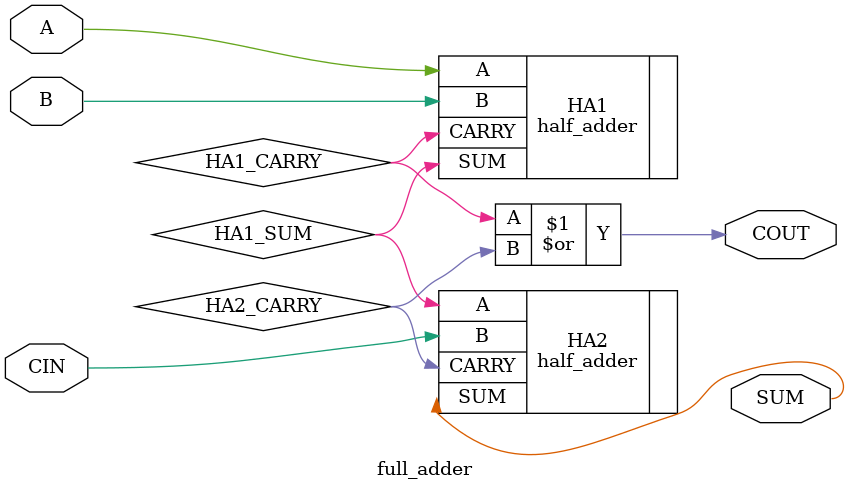
<source format=v>
module full_adder(
    input A,        // Input A
    input B,        // Input B
    input CIN,      // Carry input
    output SUM,     // Sum output
    output COUT     // Carry output
);
    wire HA1_SUM, HA1_CARRY, HA2_CARRY;

    // First half adder
    half_adder HA1(
        .A(A),
        .B(B),
        .SUM(HA1_SUM),
        .CARRY(HA1_CARRY)
    );

    // Second half adder
    half_adder HA2(
        .A(HA1_SUM),
        .B(CIN),
        .SUM(SUM),
        .CARRY(HA2_CARRY)
    );

    // OR the carries from both half adders to get final carry out
    assign COUT = HA1_CARRY | HA2_CARRY;

endmodule
</source>
